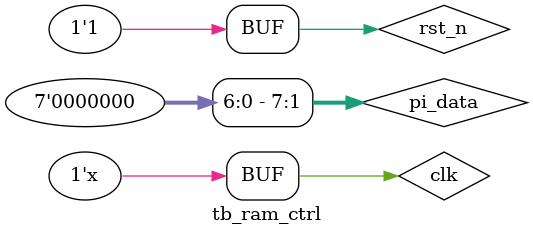
<source format=v>
module tb_ram_ctrl();
reg clk;
reg rst_n;
reg [7:0] pi_data;
wire [7:0] po_data;

initial 
begin
	clk = 1'b1;
	rst_n = 1'b0;
	pi_data = 8'b0;
	#20
	rst_n = 1'b1;
end

always #5 clk = ~clk;
always #20 pi_data <= {$random};

ram_ctrl ram_ctrl_inst
(
	.clk (clk),
	.rst_n(rst_n),
	.pi_data(pi_data),
	.po_data(po_data),
);

endmodule 


</source>
